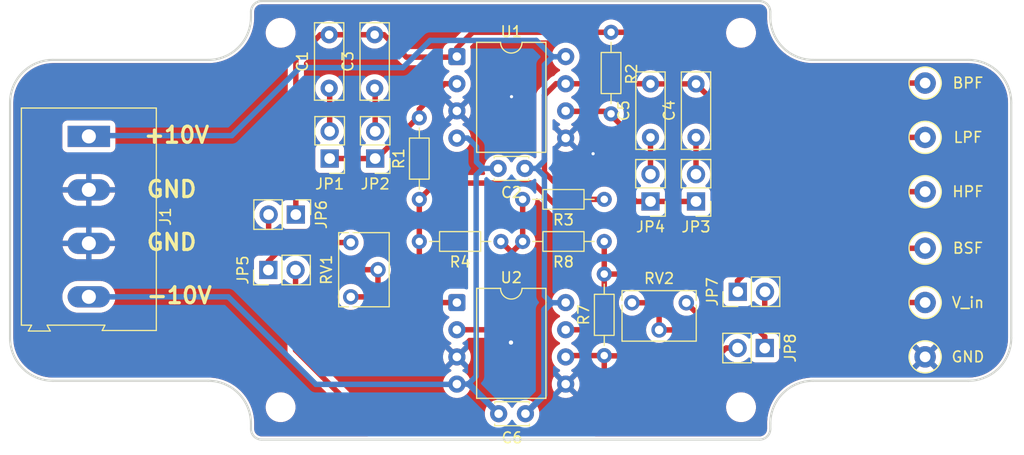
<source format=kicad_pcb>
(kicad_pcb (version 20241229) (generator "pcbnew") (generator_version "9.0")
  (title_block (title "Biqaudfilter") (date "2025-05-26") (rev "1.0") (company "Hochschule Bremen"))
  (layers (0 "F.Cu" signal) (4 "In1.Cu" power) (6 "In2.Cu" signal) (2 "B.Cu" signal) (13 "F.Paste" user) (15 "B.Paste" user) (5 "F.SilkS" user "F.Silkscreen") (7 "B.SilkS" user "B.Silkscreen") (1 "F.Mask" user) (3 "B.Mask" user) (25 "Edge.Cuts" user))
  (net 0 "")
  (net 1 "Net-(JP6-B)")
  (net 2 "Net-(JP5-A)")
  (net 3 "0")
  (net 4 "Net-(JP8-A)")
  (net 5 "Net-(JP7-B)")
  (net 6 "Net-(JP1-B)")
  (net 7 "BPF")
  (net 8 "Net-(JP2-B)")
  (net 9 "Net-(JP3-B)")
  (net 10 "LPF")
  (net 11 "Net-(JP4-B)")
  (net 12 "Net-(JP1-A)")
  (net 13 "HPF")
  (net 14 "Net-(JP3-A)")
  (net 15 "Net-(U2A--)")
  (net 16 "Net-(JP5-B)")
  (net 17 "BSF")
  (net 18 "-10V")
  (net 19 "+10V")
  (net 20 "V_in")
  (footprint "Connector_PinHeader_2.54mm:PinHeader_1x02_P2.54mm_Vertical" (layer "F.Cu") (at 131.9784 95.0214 -90)
    (property "Reference" "JP6" (at 0 -2.38 90) (layer "F.SilkS"))
    (property "Value" "R_meas")
    (fp_line (start -1.38 3.92) (end 1.38 3.92) (stroke (width 0.12)) (layer "F.SilkS"))
    (fp_line (start -1.38 1.27) (end -1.38 3.92) (stroke (width 0.12)) (layer "F.SilkS"))
    (fp_line (start -1.38 1.27) (end 1.38 1.27) (stroke (width 0.12)) (layer "F.SilkS"))
    (fp_line (start 1.38 1.27) (end 1.38 3.92) (stroke (width 0.12)) (layer "F.SilkS"))
    (fp_line (start -1.38 0) (end -1.38 -1.38) (stroke (width 0.12)) (layer "F.SilkS"))
    (fp_line (start -1.38 -1.38) (end 0 -1.38) (stroke (width 0.12)) (layer "F.SilkS"))
    (pad "1" thru_hole rect (at 0 0 270) (size 1.7 1.7) (drill 1) (layers "*.Cu" "*.Mask") (net 7 "BPF"))
    (pad "2" thru_hole circle (at 0 2.54 270) (size 1.7 1.7) (drill 1) (layers "*.Cu" "*.Mask") (net 1 "Net-(JP6-B)"))
  )
  (footprint "Resistor_THT:R_Axial_DIN0204_L3.6mm_D1.6mm_P7.62mm_Horizontal" (layer "F.Cu") (at 160.782 97.536 180)
    (property "Reference" "R8" (at 3.81 -1.92 0) (layer "F.SilkS"))
    (property "Value" "{RCOM}")
    (fp_line (start 6.68 0) (end 5.73 0) (stroke (width 0.12)) (layer "F.SilkS"))
    (fp_line (start 0.94 0) (end 1.89 0) (stroke (width 0.12)) (layer "F.SilkS"))
    (fp_rect (start 1.89 -0.92) (end 5.73 0.92) (stroke (width 0.12)) (fill no) (layer "F.SilkS"))
    (pad "1" thru_hole circle (at 0 0 180) (size 1.4 1.4) (drill 0.7) (layers "*.Cu" "*.Mask") (net 17 "BSF"))
    (pad "2" thru_hole circle (at 7.62 0 180) (size 1.4 1.4) (drill 0.7) (layers "*.Cu" "*.Mask") (net 15 "Net-(U2A--)"))
  )
  (footprint "TestPoint:TestPoint_Loop_D1.80mm_Drill1.0mm_Beaded" (layer "F.Cu") (at 190.747095 108.3237)
    (property "Reference" "TP6" (hide yes))
    (property "Value" "GND" (at 4 0 0) (layer "F.SilkS"))
    (fp_circle (center 0 0) (end 1.5 0) (stroke (width 0.12)) (fill no) (layer "F.SilkS"))
    (pad "1" thru_hole circle (at 0 0) (size 2 2) (drill 1) (layers "*.Cu" "*.Mask") (net 3 "0"))
  )
  (footprint "Capacitor_THT:C_Disc_D3.0mm_W2.0mm_P2.50mm" (layer "F.Cu") (at 153.3706 90.7034 180)
    (property "Reference" "C2" (at 1.25 -2.25 0) (layer "F.SilkS"))
    (property "Value" "100n")
    (fp_line (start 2.87 0.972) (end 2.87 1.12) (stroke (width 0.12)) (layer "F.SilkS"))
    (fp_line (start 2.87 -1.12) (end 2.87 -0.972) (stroke (width 0.12)) (layer "F.SilkS"))
    (fp_line (start -0.37 1.12) (end 2.87 1.12) (stroke (width 0.12)) (layer "F.SilkS"))
    (fp_line (start -0.37 0.972) (end -0.37 1.12) (stroke (width 0.12)) (layer "F.SilkS"))
    (fp_line (start -0.37 -1.12) (end 2.87 -1.12) (stroke (width 0.12)) (layer "F.SilkS"))
    (fp_line (start -0.37 -1.12) (end -0.37 -0.972) (stroke (width 0.12)) (layer "F.SilkS"))
    (pad "1" thru_hole circle (at 0 0 180) (size 1.6 1.6) (drill 0.8) (layers "*.Cu" "*.Mask") (net 19 "+10V"))
    (pad "2" thru_hole circle (at 2.5 0 180) (size 1.6 1.6) (drill 0.8) (layers "*.Cu" "*.Mask") (net 18 "-10V"))
  )
  (footprint "MountingHole:MountingHole_2.2mm_M2_DIN965" (layer "F.Cu") (at 173.556 113.03)
    (property "Reference" "H1" (hide yes))
    (property "Value" "MountingHole")
    (pad "" np_thru_hole circle (at 0 0) (size 2.2 2.2) (drill 2.2) (layers "*.Cu" "*.Mask"))
  )
  (footprint "Connector_PinHeader_2.54mm:PinHeader_1x02_P2.54mm_Vertical" (layer "F.Cu") (at 129.413 100.203 90)
    (property "Reference" "JP5" (at 0 -2.38 90) (layer "F.SilkS"))
    (property "Value" "R_meas")
    (fp_line (start -1.38 -1.38) (end 0 -1.38) (stroke (width 0.12)) (layer "F.SilkS"))
    (fp_line (start -1.38 0) (end -1.38 -1.38) (stroke (width 0.12)) (layer "F.SilkS"))
    (fp_line (start 1.38 1.27) (end 1.38 3.92) (stroke (width 0.12)) (layer "F.SilkS"))
    (fp_line (start -1.38 1.27) (end 1.38 1.27) (stroke (width 0.12)) (layer "F.SilkS"))
    (fp_line (start -1.38 1.27) (end -1.38 3.92) (stroke (width 0.12)) (layer "F.SilkS"))
    (fp_line (start -1.38 3.92) (end 1.38 3.92) (stroke (width 0.12)) (layer "F.SilkS"))
    (pad "1" thru_hole rect (at 0 0 90) (size 1.7 1.7) (drill 1) (layers "*.Cu" "*.Mask") (net 2 "Net-(JP5-A)"))
    (pad "2" thru_hole circle (at 0 2.54 90) (size 1.7 1.7) (drill 1) (layers "*.Cu" "*.Mask") (net 16 "Net-(JP5-B)"))
  )
  (footprint "Capacitor_THT:C_Disc_D3.0mm_W2.0mm_P2.50mm" (layer "F.Cu") (at 153.4214 113.6396 180)
    (property "Reference" "C6" (at 1.25 -2.25 0) (layer "F.SilkS"))
    (property "Value" "100n")
    (fp_line (start 2.87 0.972) (end 2.87 1.12) (stroke (width 0.12)) (layer "F.SilkS"))
    (fp_line (start 2.87 -1.12) (end 2.87 -0.972) (stroke (width 0.12)) (layer "F.SilkS"))
    (fp_line (start -0.37 1.12) (end 2.87 1.12) (stroke (width 0.12)) (layer "F.SilkS"))
    (fp_line (start -0.37 0.972) (end -0.37 1.12) (stroke (width 0.12)) (layer "F.SilkS"))
    (fp_line (start -0.37 -1.12) (end 2.87 -1.12) (stroke (width 0.12)) (layer "F.SilkS"))
    (fp_line (start -0.37 -1.12) (end -0.37 -0.972) (stroke (width 0.12)) (layer "F.SilkS"))
    (pad "1" thru_hole circle (at 0 0 180) (size 1.6 1.6) (drill 0.8) (layers "*.Cu" "*.Mask") (net 19 "+10V"))
    (pad "2" thru_hole circle (at 2.5 0 180) (size 1.6 1.6) (drill 0.8) (layers "*.Cu" "*.Mask") (net 18 "-10V"))
  )
  (footprint "MountingHole:MountingHole_2.2mm_M2_DIN965" (layer "F.Cu") (at 173.556 78.03)
    (property "Reference" "H3" (hide yes))
    (property "Value" "MountingHole")
    (pad "" np_thru_hole circle (at 0 0) (size 2.2 2.2) (drill 2.2) (layers "*.Cu" "*.Mask"))
  )
  (footprint "Package_DIP:DIP-8_W10.16mm" (layer "F.Cu") (at 147.019 103.25)
    (property "Reference" "U2" (at 5.08 -2.33 0) (layer "F.SilkS"))
    (property "Value" "TL082")
    (fp_line (start 1.845 -1.33) (end 1.845 8.95) (stroke (width 0.12)) (layer "F.SilkS"))
    (fp_line (start 1.845 8.95) (end 8.315 8.95) (stroke (width 0.12)) (layer "F.SilkS"))
    (fp_line (start 4.08 -1.33) (end 1.845 -1.33) (stroke (width 0.12)) (layer "F.SilkS"))
    (fp_line (start 8.315 -1.33) (end 6.08 -1.33) (stroke (width 0.12)) (layer "F.SilkS"))
    (fp_line (start 8.315 8.95) (end 8.315 -1.33) (stroke (width 0.12)) (layer "F.SilkS"))
    (fp_arc (start 6.08 -1.33) (mid 5.08 -0.33) (end 4.08 -1.33) (stroke (width 0.12)) (layer "F.SilkS"))
    (pad "1" thru_hole roundrect (at 0 0) (size 1.6 1.6) (drill 0.8) (layers "*.Cu" "*.Mask") (roundrect_rratio 0.15625) (net 13 "HPF"))
    (pad "2" thru_hole circle (at 0 2.54) (size 1.6 1.6) (drill 0.8) (layers "*.Cu" "*.Mask") (net 15 "Net-(U2A--)"))
    (pad "3" thru_hole circle (at 0 5.08) (size 1.6 1.6) (drill 0.8) (layers "*.Cu" "*.Mask") (net 3 "0"))
    (pad "4" thru_hole circle (at 0 7.62) (size 1.6 1.6) (drill 0.8) (layers "*.Cu" "*.Mask") (net 18 "-10V"))
    (pad "5" thru_hole circle (at 10.16 7.62) (size 1.6 1.6) (drill 0.8) (layers "*.Cu" "*.Mask") (net 3 "0"))
    (pad "6" thru_hole circle (at 10.16 5.08) (size 1.6 1.6) (drill 0.8) (layers "*.Cu" "*.Mask") (net 16 "Net-(JP5-B)"))
    (pad "7" thru_hole circle (at 10.16 2.54) (size 1.6 1.6) (drill 0.8) (layers "*.Cu" "*.Mask") (net 17 "BSF"))
    (pad "8" thru_hole circle (at 10.16 0) (size 1.6 1.6) (drill 0.8) (layers "*.Cu" "*.Mask") (net 19 "+10V"))
  )
  (footprint "Resistor_THT:R_Axial_DIN0204_L3.6mm_D1.6mm_P7.62mm_Horizontal" (layer "F.Cu") (at 160.782 108.204 90)
    (property "Reference" "R7" (at 3.81 -1.92 90) (layer "F.SilkS"))
    (property "Value" "{RCOM}")
    (fp_line (start 6.68 0) (end 5.73 0) (stroke (width 0.12)) (layer "F.SilkS"))
    (fp_line (start 0.94 0) (end 1.89 0) (stroke (width 0.12)) (layer "F.SilkS"))
    (fp_rect (start 1.89 -0.92) (end 5.73 0.92) (stroke (width 0.12)) (fill no) (layer "F.SilkS"))
    (pad "1" thru_hole circle (at 0 0 90) (size 1.4 1.4) (drill 0.7) (layers "*.Cu" "*.Mask") (net 16 "Net-(JP5-B)"))
    (pad "2" thru_hole circle (at 7.62 0 90) (size 1.4 1.4) (drill 0.7) (layers "*.Cu" "*.Mask") (net 17 "BSF"))
  )
  (footprint "Resistor_THT:R_Axial_DIN0204_L3.6mm_D1.6mm_P7.62mm_Horizontal" (layer "F.Cu") (at 151.13 97.536 180)
    (property "Reference" "R4" (at 3.81 -1.92 0) (layer "F.SilkS"))
    (property "Value" "{RCOM}")
    (fp_line (start 6.68 0) (end 5.73 0) (stroke (width 0.12)) (layer "F.SilkS"))
    (fp_line (start 0.94 0) (end 1.89 0) (stroke (width 0.12)) (layer "F.SilkS"))
    (fp_rect (start 1.89 -0.92) (end 5.73 0.92) (stroke (width 0.12)) (fill no) (layer "F.SilkS"))
    (pad "1" thru_hole circle (at 0 0 180) (size 1.4 1.4) (drill 0.7) (layers "*.Cu" "*.Mask") (net 15 "Net-(U2A--)"))
    (pad "2" thru_hole circle (at 7.62 0 180) (size 1.4 1.4) (drill 0.7) (layers "*.Cu" "*.Mask") (net 13 "HPF"))
  )
  (footprint "Resistor_THT:R_Axial_DIN0204_L3.6mm_D1.6mm_P7.62mm_Horizontal" (layer "F.Cu") (at 161.417 77.978 -90)
    (property "Reference" "R2" (at 3.897 -1.92 90) (layer "F.SilkS"))
    (property "Value" "{RCOM}")
    (fp_line (start 0.94 0) (end 1.89 0) (stroke (width 0.12)) (layer "F.SilkS"))
    (fp_line (start 6.68 0) (end 5.73 0) (stroke (width 0.12)) (layer "F.SilkS"))
    (fp_rect (start 1.89 -0.92) (end 5.73 0.92) (stroke (width 0.12)) (fill no) (layer "F.SilkS"))
    (pad "1" thru_hole circle (at 0 0 270) (size 1.4 1.4) (drill 0.7) (layers "*.Cu" "*.Mask") (net 7 "BPF"))
    (pad "2" thru_hole circle (at 7.62 0 270) (size 1.4 1.4) (drill 0.7) (layers "*.Cu" "*.Mask") (net 14 "Net-(JP3-A)"))
  )
  (footprint "TerminalBlock:TerminalBlock_Altech_AK300-4_P5.00mm" (layer "F.Cu") (at 112.649 87.71 -90)
    (property "Reference" "J1" (at 7.5 -7.15 90) (layer "F.SilkS"))
    (property "Value" "Screw_Terminal_01x04")
    (fp_line (start -2.65 6.3) (end -2.65 -6.3) (stroke (width 0.12)) (layer "F.SilkS"))
    (fp_line (start 17.65 6.3) (end -2.65 6.3) (stroke (width 0.12)) (layer "F.SilkS"))
    (fp_line (start 18.2 5.65) (end 17.65 5.35) (stroke (width 0.12)) (layer "F.SilkS"))
    (fp_line (start 17.65 5.35) (end 17.65 6.3) (stroke (width 0.12)) (layer "F.SilkS"))
    (fp_line (start 17.65 3.9) (end 18.2 3.6) (stroke (width 0.12)) (layer "F.SilkS"))
    (fp_line (start 18.2 3.6) (end 18.2 5.65) (stroke (width 0.12)) (layer "F.SilkS"))
    (fp_line (start 18.15 -1.25) (end 17.65 -1.5) (stroke (width 0.12)) (layer "F.SilkS"))
    (fp_line (start 17.65 -1.5) (end 17.65 3.9) (stroke (width 0.12)) (layer "F.SilkS"))
    (fp_line (start -2.65 -6.3) (end 18.15 -6.3) (stroke (width 0.12)) (layer "F.SilkS"))
    (fp_line (start 18.15 -6.3) (end 18.15 -1.25) (stroke (width 0.12)) (layer "F.SilkS"))
    (pad "1" thru_hole rect (at 0 0 270) (size 1.98 3.96) (drill 1.32) (layers "*.Cu" "*.Mask") (net 19 "+10V"))
    (pad "2" thru_hole oval (at 5 0 270) (size 1.98 3.96) (drill 1.32) (layers "*.Cu" "*.Mask") (net 3 "0"))
    (pad "3" thru_hole oval (at 10 0 270) (size 1.98 3.96) (drill 1.32) (layers "*.Cu" "*.Mask") (net 3 "0"))
    (pad "4" thru_hole oval (at 15 0 270) (size 1.98 3.96) (drill 1.32) (layers "*.Cu" "*.Mask") (net 18 "-10V"))
  )
  (footprint "TestPoint:TestPoint_Loop_D1.80mm_Drill1.0mm_Beaded" (layer "F.Cu") (at 190.747095 103.2437)
    (property "Reference" "TP5" (hide yes))
    (property "Value" "V_in" (at 4 0 0) (layer "F.SilkS"))
    (fp_circle (center 0 0) (end 1.5 0) (stroke (width 0.12)) (fill no) (layer "F.SilkS"))
    (pad "1" thru_hole circle (at 0 0) (size 2 2) (drill 1) (layers "*.Cu" "*.Mask") (net 20 "V_in"))
  )
  (footprint "TestPoint:TestPoint_Loop_D1.80mm_Drill1.0mm_Beaded" (layer "F.Cu") (at 190.747095 82.7237)
    (property "Reference" "TP1" (hide yes))
    (property "Value" "BPF" (at 4 0 0) (layer "F.SilkS"))
    (fp_circle (center 0 0) (end 1.5 0) (stroke (width 0.12)) (fill no) (layer "F.SilkS"))
    (pad "1" thru_hole circle (at 0 0) (size 2 2) (drill 1) (layers "*.Cu" "*.Mask") (net 7 "BPF"))
  )
  (footprint "Connector_PinHeader_2.54mm:PinHeader_1x02_P2.54mm_Vertical" (layer "F.Cu") (at 173.2534 102.235 90)
    (property "Reference" "JP7" (at 0 -2.38 90) (layer "F.SilkS"))
    (property "Value" "R_meas")
    (fp_line (start -1.38 -1.38) (end 0 -1.38) (stroke (width 0.12)) (layer "F.SilkS"))
    (fp_line (start -1.38 0) (end -1.38 -1.38) (stroke (width 0.12)) (layer "F.SilkS"))
    (fp_line (start 1.38 1.27) (end 1.38 3.92) (stroke (width 0.12)) (layer "F.SilkS"))
    (fp_line (start -1.38 1.27) (end 1.38 1.27) (stroke (width 0.12)) (layer "F.SilkS"))
    (fp_line (start -1.38 1.27) (end -1.38 3.92) (stroke (width 0.12)) (layer "F.SilkS"))
    (fp_line (start -1.38 3.92) (end 1.38 3.92) (stroke (width 0.12)) (layer "F.SilkS"))
    (pad "1" thru_hole rect (at 0 0 90) (size 1.7 1.7) (drill 1) (layers "*.Cu" "*.Mask") (net 20 "V_in"))
    (pad "2" thru_hole circle (at 0 2.54 90) (size 1.7 1.7) (drill 1) (layers "*.Cu" "*.Mask") (net 5 "Net-(JP7-B)"))
  )
  (footprint "Potentiometer_THT:Potentiometer_Bourns_3266W_Vertical" (layer "F.Cu") (at 168.445886 103.264323)
    (property "Reference" "RV2" (at -2.54 -2.27 0) (layer "F.SilkS"))
    (property "Value" "10k")
    (fp_line (start -6.005 -1.13) (end -6.005 -0.217) (stroke (width 0.12)) (layer "F.SilkS"))
    (fp_line (start -6.005 -1.13) (end 0.925 -1.13) (stroke (width 0.12)) (layer "F.SilkS"))
    (fp_line (start -6.005 0.217) (end -6.005 3.59) (stroke (width 0.12)) (layer "F.SilkS"))
    (fp_line (start -6.005 3.59) (end 0.925 3.59) (stroke (width 0.12)) (layer "F.SilkS"))
    (fp_line (start 0.925 -1.13) (end 0.925 -0.217) (stroke (width 0.12)) (layer "F.SilkS"))
    (fp_line (start 0.925 0.217) (end 0.925 3.59) (stroke (width 0.12)) (layer "F.SilkS"))
    (pad "1" thru_hole circle (at 0 0) (size 1.44 1.44) (drill 0.8) (layers "*.Cu" "*.Mask") (net 5 "Net-(JP7-B)"))
    (pad "2" thru_hole circle (at -2.54 2.54) (size 1.44 1.44) (drill 0.8) (layers "*.Cu" "*.Mask") (net 4 "Net-(JP8-A)"))
    (pad "3" thru_hole circle (at -5.08 0) (size 1.44 1.44) (drill 0.8) (layers "*.Cu" "*.Mask") (net 4 "Net-(JP8-A)"))
  )
  (footprint "Connector_PinHeader_2.54mm:PinHeader_1x02_P2.54mm_Vertical" (layer "F.Cu") (at 135.138267 89.781025 180)
    (property "Reference" "JP1" (at 0 -2.38 0) (layer "F.SilkS"))
    (property "Value" "C_select")
    (fp_line (start 1.38 1.27) (end 1.38 3.92) (stroke (width 0.12)) (layer "F.SilkS"))
    (fp_line (start -1.38 3.92) (end 1.38 3.92) (stroke (width 0.12)) (layer "F.SilkS"))
    (fp_line (start -1.38 1.27) (end 1.38 1.27) (stroke (width 0.12)) (layer "F.SilkS"))
    (fp_line (start -1.38 1.27) (end -1.38 3.92) (stroke (width 0.12)) (layer "F.SilkS"))
    (fp_line (start -1.38 0) (end -1.38 -1.38) (stroke (width 0.12)) (layer "F.SilkS"))
    (fp_line (start -1.38 -1.38) (end 0 -1.38) (stroke (width 0.12)) (layer "F.SilkS"))
    (pad "1" thru_hole rect (at 0 0 180) (size 1.7 1.7) (drill 1) (layers "*.Cu" "*.Mask") (net 12 "Net-(JP1-A)"))
    (pad "2" thru_hole circle (at 0 2.54 180) (size 1.7 1.7) (drill 1) (layers "*.Cu" "*.Mask") (net 6 "Net-(JP1-B)"))
  )
  (footprint "Capacitor_THT:C_Rect_L7.0mm_W2.5mm_P5.00mm" (layer "F.Cu") (at 165.1 87.804 90)
    (property "Reference" "C5" (at 2.5 -2.5 90) (layer "F.SilkS"))
    (property "Value" "{CCOM2}")
    (fp_line (start 6.12 -1.37) (end 6.12 1.37) (stroke (width 0.12)) (layer "F.SilkS"))
    (fp_line (start -1.12 -1.37) (end 6.12 -1.37) (stroke (width 0.12)) (layer "F.SilkS"))
    (fp_line (start -1.12 -1.37) (end -1.12 1.37) (stroke (width 0.12)) (layer "F.SilkS"))
    (fp_line (start -1.12 1.37) (end 6.12 1.37) (stroke (width 0.12)) (layer "F.SilkS"))
    (pad "1" thru_hole circle (at 0 0 90) (size 1.6 1.6) (drill 0.8) (layers "*.Cu" "*.Mask") (net 11 "Net-(JP4-B)"))
    (pad "2" thru_hole circle (at 5 0 90) (size 1.6 1.6) (drill 0.8) (layers "*.Cu" "*.Mask") (net 10 "LPF"))
  )
  (footprint "Connector_PinHeader_2.54mm:PinHeader_1x02_P2.54mm_Vertical" (layer "F.Cu") (at 169.35 93.793 180)
    (property "Reference" "JP3" (at 0 -2.38 0) (layer "F.SilkS"))
    (property "Value" "C_select")
    (fp_line (start 1.38 1.27) (end 1.38 3.92) (stroke (width 0.12)) (layer "F.SilkS"))
    (fp_line (start -1.38 3.92) (end 1.38 3.92) (stroke (width 0.12)) (layer "F.SilkS"))
    (fp_line (start -1.38 1.27) (end 1.38 1.27) (stroke (width 0.12)) (layer "F.SilkS"))
    (fp_line (start -1.38 1.27) (end -1.38 3.92) (stroke (width 0.12)) (layer "F.SilkS"))
    (fp_line (start -1.38 0) (end -1.38 -1.38) (stroke (width 0.12)) (layer "F.SilkS"))
    (fp_line (start -1.38 -1.38) (end 0 -1.38) (stroke (width 0.12)) (layer "F.SilkS"))
    (pad "1" thru_hole rect (at 0 0 180) (size 1.7 1.7) (drill 1) (layers "*.Cu" "*.Mask") (net 14 "Net-(JP3-A)"))
    (pad "2" thru_hole circle (at 0 2.54 180) (size 1.7 1.7) (drill 1) (layers "*.Cu" "*.Mask") (net 9 "Net-(JP3-B)"))
  )
  (footprint "Capacitor_THT:C_Rect_L7.0mm_W2.5mm_P5.00mm" (layer "F.Cu") (at 169.35 87.804 90)
    (property "Reference" "C4" (at 2.5 -2.5 90) (layer "F.SilkS"))
    (property "Value" "{CCOM1}")
    (fp_line (start 6.12 -1.37) (end 6.12 1.37) (stroke (width 0.12)) (layer "F.SilkS"))
    (fp_line (start -1.12 -1.37) (end 6.12 -1.37) (stroke (width 0.12)) (layer "F.SilkS"))
    (fp_line (start -1.12 -1.37) (end -1.12 1.37) (stroke (width 0.12)) (layer "F.SilkS"))
    (fp_line (start -1.12 1.37) (end 6.12 1.37) (stroke (width 0.12)) (layer "F.SilkS"))
    (pad "1" thru_hole circle (at 0 0 90) (size 1.6 1.6) (drill 0.8) (layers "*.Cu" "*.Mask") (net 9 "Net-(JP3-B)"))
    (pad "2" thru_hole circle (at 5 0 90) (size 1.6 1.6) (drill 0.8) (layers "*.Cu" "*.Mask") (net 10 "LPF"))
  )
  (footprint "TestPoint:TestPoint_Loop_D1.80mm_Drill1.0mm_Beaded" (layer "F.Cu") (at 190.747095 87.8037)
    (property "Reference" "TP2" (hide yes))
    (property "Value" "LPF" (at 4 0 0) (layer "F.SilkS"))
    (fp_circle (center 0 0) (end 1.5 0) (stroke (width 0.12)) (fill no) (layer "F.SilkS"))
    (pad "1" thru_hole circle (at 0 0) (size 2 2) (drill 1) (layers "*.Cu" "*.Mask") (net 10 "LPF"))
  )
  (footprint "Connector_PinHeader_2.54mm:PinHeader_1x02_P2.54mm_Vertical" (layer "F.Cu") (at 175.775 107.5 -90)
    (property "Reference" "JP8" (at 0 -2.38 90) (layer "F.SilkS"))
    (property "Value" "R_meas")
    (fp_line (start -1.38 3.92) (end 1.38 3.92) (stroke (width 0.12)) (layer "F.SilkS"))
    (fp_line (start -1.38 1.27) (end -1.38 3.92) (stroke (width 0.12)) (layer "F.SilkS"))
    (fp_line (start -1.38 1.27) (end 1.38 1.27) (stroke (width 0.12)) (layer "F.SilkS"))
    (fp_line (start 1.38 1.27) (end 1.38 3.92) (stroke (width 0.12)) (layer "F.SilkS"))
    (fp_line (start -1.38 0) (end -1.38 -1.38) (stroke (width 0.12)) (layer "F.SilkS"))
    (fp_line (start -1.38 -1.38) (end 0 -1.38) (stroke (width 0.12)) (layer "F.SilkS"))
    (pad "1" thru_hole rect (at 0 0 270) (size 1.7 1.7) (drill 1) (layers "*.Cu" "*.Mask") (net 4 "Net-(JP8-A)"))
    (pad "2" thru_hole circle (at 0 2.54 270) (size 1.7 1.7) (drill 1) (layers "*.Cu" "*.Mask") (net 16 "Net-(JP5-B)"))
  )
  (footprint "MountingHole:MountingHole_2.2mm_M2_DIN965" (layer "F.Cu") (at 130.556 78.03)
    (property "Reference" "H4" (hide yes))
    (property "Value" "MountingHole")
    (pad "" np_thru_hole circle (at 0 0) (size 2.2 2.2) (drill 2.2) (layers "*.Cu" "*.Mask"))
  )
  (footprint "Connector_PinHeader_2.54mm:PinHeader_1x02_P2.54mm_Vertical" (layer "F.Cu") (at 139.388267 89.781025 180)
    (property "Reference" "JP2" (at 0 -2.38 0) (layer "F.SilkS"))
    (property "Value" "C_select")
    (fp_line (start 1.38 1.27) (end 1.38 3.92) (stroke (width 0.12)) (layer "F.SilkS"))
    (fp_line (start -1.38 3.92) (end 1.38 3.92) (stroke (width 0.12)) (layer "F.SilkS"))
    (fp_line (start -1.38 1.27) (end 1.38 1.27) (stroke (width 0.12)) (layer "F.SilkS"))
    (fp_line (start -1.38 1.27) (end -1.38 3.92) (stroke (width 0.12)) (layer "F.SilkS"))
    (fp_line (start -1.38 0) (end -1.38 -1.38) (stroke (width 0.12)) (layer "F.SilkS"))
    (fp_line (start -1.38 -1.38) (end 0 -1.38) (stroke (width 0.12)) (layer "F.SilkS"))
    (pad "1" thru_hole rect (at 0 0 180) (size 1.7 1.7) (drill 1) (layers "*.Cu" "*.Mask") (net 12 "Net-(JP1-A)"))
    (pad "2" thru_hole circle (at 0 2.54 180) (size 1.7 1.7) (drill 1) (layers "*.Cu" "*.Mask") (net 8 "Net-(JP2-B)"))
  )
  (footprint "Capacitor_THT:C_Rect_L7.0mm_W2.5mm_P5.00mm" (layer "F.Cu") (at 135.090746 83.207007 90)
    (property "Reference" "C1" (at 2.5 -2.5 90) (layer "F.SilkS"))
    (property "Value" "{CCOM2}")
    (fp_line (start 6.12 -1.37) (end 6.12 1.37) (stroke (width 0.12)) (layer "F.SilkS"))
    (fp_line (start -1.12 -1.37) (end 6.12 -1.37) (stroke (width 0.12)) (layer "F.SilkS"))
    (fp_line (start -1.12 -1.37) (end -1.12 1.37) (stroke (width 0.12)) (layer "F.SilkS"))
    (fp_line (start -1.12 1.37) (end 6.12 1.37) (stroke (width 0.12)) (layer "F.SilkS"))
    (pad "1" thru_hole circle (at 0 0 90) (size 1.6 1.6) (drill 0.8) (layers "*.Cu" "*.Mask") (net 6 "Net-(JP1-B)"))
    (pad "2" thru_hole circle (at 5 0 90) (size 1.6 1.6) (drill 0.8) (layers "*.Cu" "*.Mask") (net 7 "BPF"))
  )
  (footprint "MountingHole:MountingHole_2.2mm_M2_DIN965" (layer "F.Cu") (at 130.556 113.03)
    (property "Reference" "H2" (hide yes))
    (property "Value" "MountingHole")
    (pad "" np_thru_hole circle (at 0 0) (size 2.2 2.2) (drill 2.2) (layers "*.Cu" "*.Mask"))
  )
  (footprint "Resistor_THT:R_Axial_DIN0204_L3.6mm_D1.6mm_P7.62mm_Horizontal" (layer "F.Cu") (at 143.51 93.599 90)
    (property "Reference" "R1" (at 3.81 -1.92 90) (layer "F.SilkS"))
    (property "Value" "{RCOM}")
    (fp_line (start 6.68 0) (end 5.73 0) (stroke (width 0.12)) (layer "F.SilkS"))
    (fp_line (start 0.94 0) (end 1.89 0) (stroke (width 0.12)) (layer "F.SilkS"))
    (fp_rect (start 1.89 -0.92) (end 5.73 0.92) (stroke (width 0.12)) (fill no) (layer "F.SilkS"))
    (pad "1" thru_hole circle (at 0 0 90) (size 1.4 1.4) (drill 0.7) (layers "*.Cu" "*.Mask") (net 13 "HPF"))
    (pad "2" thru_hole circle (at 7.62 0 90) (size 1.4 1.4) (drill 0.7) (layers "*.Cu" "*.Mask") (net 12 "Net-(JP1-A)"))
  )
  (footprint "TestPoint:TestPoint_Loop_D1.80mm_Drill1.0mm_Beaded" (layer "F.Cu") (at 190.747095 92.8837)
    (property "Reference" "TP3" (hide yes))
    (property "Value" "HPF" (at 4 0 0) (layer "F.SilkS"))
    (fp_circle (center 0 0) (end 1.5 0) (stroke (width 0.12)) (fill no) (layer "F.SilkS"))
    (pad "1" thru_hole circle (at 0 0) (size 2 2) (drill 1) (layers "*.Cu" "*.Mask") (net 13 "HPF"))
  )
  (footprint "Capacitor_THT:C_Rect_L7.0mm_W2.5mm_P5.00mm" (layer "F.Cu") (at 139.340746 83.207007 90)
    (property "Reference" "C3" (at 2.5 -2.5 90) (layer "F.SilkS"))
    (property "Value" "{CCOM1}")
    (fp_line (start 6.12 -1.37) (end 6.12 1.37) (stroke (width 0.12)) (layer "F.SilkS"))
    (fp_line (start -1.12 -1.37) (end 6.12 -1.37) (stroke (width 0.12)) (layer "F.SilkS"))
    (fp_line (start -1.12 -1.37) (end -1.12 1.37) (stroke (width 0.12)) (layer "F.SilkS"))
    (fp_line (start -1.12 1.37) (end 6.12 1.37) (stroke (width 0.12)) (layer "F.SilkS"))
    (pad "1" thru_hole circle (at 0 0 90) (size 1.6 1.6) (drill 0.8) (layers "*.Cu" "*.Mask") (net 8 "Net-(JP2-B)"))
    (pad "2" thru_hole circle (at 5 0 90) (size 1.6 1.6) (drill 0.8) (layers "*.Cu" "*.Mask") (net 7 "BPF"))
  )
  (footprint "Package_DIP:DIP-8_W10.16mm" (layer "F.Cu") (at 147.019 80.25)
    (property "Reference" "U1" (at 5.08 -2.33 0) (layer "F.SilkS"))
    (property "Value" "TL082")
    (fp_line (start 1.845 -1.33) (end 1.845 8.95) (stroke (width 0.12)) (layer "F.SilkS"))
    (fp_line (start 1.845 8.95) (end 8.315 8.95) (stroke (width 0.12)) (layer "F.SilkS"))
    (fp_line (start 4.08 -1.33) (end 1.845 -1.33) (stroke (width 0.12)) (layer "F.SilkS"))
    (fp_line (start 8.315 -1.33) (end 6.08 -1.33) (stroke (width 0.12)) (layer "F.SilkS"))
    (fp_line (start 8.315 8.95) (end 8.315 -1.33) (stroke (width 0.12)) (layer "F.SilkS"))
    (fp_arc (start 6.08 -1.33) (mid 5.08 -0.33) (end 4.08 -1.33) (stroke (width 0.12)) (layer "F.SilkS"))
    (pad "1" thru_hole roundrect (at 0 0) (size 1.6 1.6) (drill 0.8) (layers "*.Cu" "*.Mask") (roundrect_rratio 0.15625) (net 7 "BPF"))
    (pad "2" thru_hole circle (at 0 2.54) (size 1.6 1.6) (drill 0.8) (layers "*.Cu" "*.Mask") (net 12 "Net-(JP1-A)"))
    (pad "3" thru_hole circle (at 0 5.08) (size 1.6 1.6) (drill 0.8) (layers "*.Cu" "*.Mask") (net 3 "0"))
    (pad "4" thru_hole circle (at 0 7.62) (size 1.6 1.6) (drill 0.8) (layers "*.Cu" "*.Mask") (net 18 "-10V"))
    (pad "5" thru_hole circle (at 10.16 7.62) (size 1.6 1.6) (drill 0.8) (layers "*.Cu" "*.Mask") (net 3 "0"))
    (pad "6" thru_hole circle (at 10.16 5.08) (size 1.6 1.6) (drill 0.8) (layers "*.Cu" "*.Mask") (net 14 "Net-(JP3-A)"))
    (pad "7" thru_hole circle (at 10.16 2.54) (size 1.6 1.6) (drill 0.8) (layers "*.Cu" "*.Mask") (net 10 "LPF"))
    (pad "8" thru_hole circle (at 10.16 0) (size 1.6 1.6) (drill 0.8) (layers "*.Cu" "*.Mask") (net 19 "+10V"))
  )
  (footprint "TestPoint:TestPoint_Loop_D1.80mm_Drill1.0mm_Beaded" (layer "F.Cu") (at 190.747095 98.1637)
    (property "Reference" "TP4" (hide yes))
    (property "Value" "BSF" (at 4 0 0) (layer "F.SilkS"))
    (fp_circle (center 0 0) (end 1.5 0) (stroke (width 0.12)) (fill no) (layer "F.SilkS"))
    (pad "1" thru_hole circle (at 0 0) (size 2 2) (drill 1) (layers "*.Cu" "*.Mask") (net 17 "BSF"))
  )
  (footprint "Potentiometer_THT:Potentiometer_Bourns_3266W_Vertical" (layer "F.Cu") (at 137.1092 97.6376 90)
    (property "Reference" "RV1" (at -2.54 -2.27 90) (layer "F.SilkS"))
    (property "Value" "10k")
    (fp_line (start 0.925 -1.13) (end 0.925 -0.217) (stroke (width 0.12)) (layer "F.SilkS"))
    (fp_line (start -6.005 -1.13) (end 0.925 -1.13) (stroke (width 0.12)) (layer "F.SilkS"))
    (fp_line (start -6.005 -1.13) (end -6.005 -0.217) (stroke (width 0.12)) (layer "F.SilkS"))
    (fp_line (start 0.925 0.217) (end 0.925 3.59) (stroke (width 0.12)) (layer "F.SilkS"))
    (fp_line (start -6.005 0.217) (end -6.005 3.59) (stroke (width 0.12)) (layer "F.SilkS"))
    (fp_line (start -6.005 3.59) (end 0.925 3.59) (stroke (width 0.12)) (layer "F.SilkS"))
    (pad "1" thru_hole circle (at 0 0 90) (size 1.44 1.44) (drill 0.8) (layers "*.Cu" "*.Mask") (net 1 "Net-(JP6-B)"))
    (pad "2" thru_hole circle (at -2.54 2.54 90) (size 1.44 1.44) (drill 0.8) (layers "*.Cu" "*.Mask") (net 2 "Net-(JP5-A)"))
    (pad "3" thru_hole circle (at -5.08 0 90) (size 1.44 1.44) (drill 0.8) (layers "*.Cu" "*.Mask") (net 2 "Net-(JP5-A)"))
  )
  (footprint "Resistor_THT:R_Axial_DIN0204_L3.6mm_D1.6mm_P7.62mm_Horizontal" (layer "F.Cu") (at 160.782 93.599 180)
    (property "Reference" "R3" (at 3.81 -1.92 0) (layer "F.SilkS"))
    (property "Value" "{RCOM}")
    (fp_line (start 6.68 0) (end 5.73 0) (stroke (width 0.12)) (layer "F.SilkS"))
    (fp_line (start 0.94 0) (end 1.89 0) (stroke (width 0.12)) (layer "F.SilkS"))
    (fp_rect (start 1.89 -0.92) (end 5.73 0.92) (stroke (width 0.12)) (fill no) (layer "F.SilkS"))
    (pad "1" thru_hole circle (at 0 0 180) (size 1.4 1.4) (drill 0.7) (layers "*.Cu" "*.Mask") (net 10 "LPF"))
    (pad "2" thru_hole circle (at 7.62 0 180) (size 1.4 1.4) (drill 0.7) (layers "*.Cu" "*.Mask") (net 15 "Net-(U2A--)"))
  )
  (footprint "Connector_PinHeader_2.54mm:PinHeader_1x02_P2.54mm_Vertical" (layer "F.Cu") (at 165.1 93.793 180)
    (property "Reference" "JP4" (at 0 -2.38 0) (layer "F.SilkS"))
    (property "Value" "C_select")
    (fp_line (start 1.38 1.27) (end 1.38 3.92) (stroke (width 0.12)) (layer "F.SilkS"))
    (fp_line (start -1.38 3.92) (end 1.38 3.92) (stroke (width 0.12)) (layer "F.SilkS"))
    (fp_line (start -1.38 1.27) (end 1.38 1.27) (stroke (width 0.12)) (layer "F.SilkS"))
    (fp_line (start -1.38 1.27) (end -1.38 3.92) (stroke (width 0.12)) (layer "F.SilkS"))
    (fp_line (start -1.38 0) (end -1.38 -1.38) (stroke (width 0.12)) (layer "F.SilkS"))
    (fp_line (start -1.38 -1.38) (end 0 -1.38) (stroke (width 0.12)) (layer "F.SilkS"))
    (pad "1" thru_hole rect (at 0 0 180) (size 1.7 1.7) (drill 1) (layers "*.Cu" "*.Mask") (net 14 "Net-(JP3-A)"))
    (pad "2" thru_hole circle (at 0 2.54 180) (size 1.7 1.7) (drill 1) (layers "*.Cu" "*.Mask") (net 11 "Net-(JP4-B)"))
  )
  (gr_line (start 194.779445 110.56) (end 180.283079 110.56) (stroke (width 0.2)) (layer "Edge.Cuts"))
  (gr_line (start 180.289997 80.56) (end 194.790027 80.56) (stroke (width 0.2)) (layer "Edge.Cuts"))
  (gr_line (start 105.290001 106.560001) (end 105.290001 84.56) (stroke (width 0.2)) (layer "Edge.Cuts"))
  (gr_arc (start 128.790005 116.06) (mid 128.082895 115.767106) (end 127.790001 115.059997) (stroke (width 0.2)) (layer "Edge.Cuts"))
  (gr_line (start 127.790001 76.56) (end 127.790001 76.059999) (stroke (width 0.2)) (layer "Edge.Cuts"))
  (gr_arc (start 176.290001 115.06004) (mid 175.99712 115.767123) (end 175.284736 116.06) (stroke (width 0.2)) (layer "Edge.Cuts"))
  (gr_arc (start 175.290027 75.06) (mid 175.997105 75.352895) (end 176.290001 76.071529) (stroke (width 0.2)) (layer "Edge.Cuts"))
  (gr_arc (start 176.290001 114.56001) (mid 177.461574 111.731574) (end 180.283079 110.56) (stroke (width 0.2)) (layer "Edge.Cuts"))
  (gr_line (start 176.290001 114.56001) (end 176.290001 115.06004) (stroke (width 0.2)) (layer "Edge.Cuts"))
  (gr_arc (start 198.790001 106.56004) (mid 197.618441 109.388444) (end 194.779445 110.56) (stroke (width 0.2)) (layer "Edge.Cuts"))
  (gr_arc (start 194.790027 80.56) (mid 197.618432 81.731571) (end 198.790001 84.583191) (stroke (width 0.2)) (layer "Edge.Cuts"))
  (gr_line (start 109.290002 80.56) (end 123.790001 80.56) (stroke (width 0.2)) (layer "Edge.Cuts"))
  (gr_line (start 127.790001 115.059997) (end 127.790001 114.56) (stroke (width 0.2)) (layer "Edge.Cuts"))
  (gr_arc (start 127.790001 76.56) (mid 126.618428 79.388427) (end 123.790001 80.56) (stroke (width 0.2)) (layer "Edge.Cuts"))
  (gr_arc (start 105.290001 84.56) (mid 106.461574 81.731573) (end 109.290002 80.56) (stroke (width 0.2)) (layer "Edge.Cuts"))
  (gr_line (start 198.790001 84.583191) (end 198.790001 106.56004) (stroke (width 0.2)) (layer "Edge.Cuts"))
  (gr_line (start 176.290001 76.071529) (end 176.290001 76.56) (stroke (width 0.2)) (layer "Edge.Cuts"))
  (gr_arc (start 180.289997 80.56) (mid 177.461571 79.388429) (end 176.290001 76.56) (stroke (width 0.2)) (layer "Edge.Cuts"))
  (gr_line (start 123.790001 110.56) (end 109.290001 110.56) (stroke (width 0.2)) (layer "Edge.Cuts"))
  (gr_arc (start 123.790001 110.56) (mid 126.618428 111.731573) (end 127.790001 114.56) (stroke (width 0.2)) (layer "Edge.Cuts"))
  (gr_arc (start 127.790001 76.059999) (mid 128.082894 75.352893) (end 128.79 75.06) (stroke (width 0.2)) (layer "Edge.Cuts"))
  (gr_arc (start 109.290001 110.56) (mid 106.461574 109.388427) (end 105.290001 106.560001) (stroke (width 0.2)) (layer "Edge.Cuts"))
  (gr_line (start 128.79 75.06) (end 175.290027 75.06) (stroke (width 0.2)) (layer "Edge.Cuts"))
  (gr_line (start 175.284736 116.06) (end 128.790005 116.06) (stroke (width 0.2)) (layer "Edge.Cuts"))
  (gr_text "-10V\n" (at 117.899 103.46 0) (layer "F.SilkS") (effects (font (size 1.5 1.5) (thickness 0.3) (bold yes)) (justify left bottom)))
  (gr_text "GND" (at 117.899 93.53 0) (layer "F.SilkS") (effects (font (size 1.5 1.5) (thickness 0.3) (bold yes)) (justify left bottom)))
  (gr_text "GND\n" (at 117.899 98.48 0) (layer "F.SilkS") (effects (font (size 1.5 1.5) (thickness 0.3) (bold yes)) (justify left bottom)))
  (gr_text "+10V\n" (at 117.649 88.46 0) (layer "F.SilkS") (effects (font (size 1.5 1.5) (thickness 0.3) (bold yes)) (justify left bottom)))
  (segment (start 129.4384 96.7232) (end 130.3528 97.6376) (width 0.508) (layer "F.Cu") (net 1))
  (segment (start 129.4384 95.0214) (end 129.4384 96.7232) (width 0.508) (layer "F.Cu") (net 1))
  (segment (start 130.3528 97.6376) (end 137.1092 97.6376) (width 0.508) (layer "F.Cu") (net 1))
  (segment (start 139.6492 101.4984) (end 139.6492 100.1776) (width 0.508) (layer "F.Cu") (net 2))
  (segment (start 138.43 102.7176) (end 139.6492 101.4984) (width 0.508) (layer "F.Cu") (net 2))
  (segment (start 129.413 99.3902) (end 129.413 100.203) (width 0.508) (layer "F.Cu") (net 2))
  (segment (start 137.1092 102.7176) (end 138.43 102.7176) (width 0.508) (layer "F.Cu") (net 2))
  (segment (start 136.9822 100.1776) (end 135.2042 98.3996) (width 0.508) (layer "F.Cu") (net 2))
  (segment (start 130.4036 98.3996) (end 129.413 99.3902) (width 0.508) (layer "F.Cu") (net 2))
  (segment (start 139.6492 100.1776) (end 136.9822 100.1776) (width 0.508) (layer "F.Cu") (net 2))
  (segment (start 135.2042 98.3996) (end 130.4036 98.3996) (width 0.508) (layer "F.Cu") (net 2))
  (segment (start 157.179 87.931) (end 157.179 87.87) (width 0.508) (layer "F.Cu") (net 3))
  (segment (start 157.179 110.87) (end 157.179 110.791) (width 0.508) (layer "F.Cu") (net 3))
  (via (at 152.0698 106.9848) (size 1) (drill 0.4) (layers "F.Cu" "B.Cu") (net 3))
  (via (at 152.1206 83.9978) (size 1) (drill 0.3) (layers "F.Cu" "B.Cu") (net 3))
  (via (at 159.7406 89.3318) (size 1) (drill 0.3) (layers "F.Cu" "B.Cu") (net 3))
  (segment (start 164.783123 103.264323) (end 163.365886 103.264323) (width 0.508) (layer "F.Cu") (net 4))
  (segment (start 175.775 106.433) (end 175.775 107.5) (width 0.508) (layer "F.Cu") (net 4))
  (segment (start 175.146323 105.804323) (end 175.775 106.433) (width 0.508) (layer "F.Cu") (net 4))
  (segment (start 165.905886 105.804323) (end 175.146323 105.804323) (width 0.508) (layer "F.Cu") (net 4))
  (segment (start 165.905886 104.387086) (end 164.783123 103.264323) (width 0.508) (layer "F.Cu") (net 4))
  (segment (start 165.905886 105.804323) (end 165.905886 104.387086) (width 0.508) (layer "F.Cu") (net 4))
  (segment (start 175.768 103.7336) (end 175.768 102.8954) (width 0.508) (layer "F.Cu") (net 5))
  (segment (start 175.768 102.8954) (end 175.7934 102.87) (width 0.508) (layer "F.Cu") (net 5))
  (segment (start 170.058163 104.8766) (end 174.625 104.8766) (width 0.508) (layer "F.Cu") (net 5))
  (segment (start 175.7934 102.87) (end 175.7934 102.235) (width 0.508) (layer "F.Cu") (net 5))
  (segment (start 168.445886 103.264323) (end 170.058163 104.8766) (width 0.508) (layer "F.Cu") (net 5))
  (segment (start 174.625 104.8766) (end 175.768 103.7336) (width 0.508) (layer "F.Cu") (net 5))
  (segment (start 135.138267 83.254528) (end 135.138267 87.241025) (width 0.508) (layer "F.Cu") (net 6))
  (segment (start 135.090746 83.207007) (end 135.138267 83.254528) (width 0.508) (layer "F.Cu") (net 6))
  (segment (start 140.208407 78.207007) (end 142.3054 80.304) (width 0.508) (layer "F.Cu") (net 7))
  (segment (start 169.6974 77.978) (end 174.4431 82.7237) (width 0.508) (layer "F.Cu") (net 7))
  (segment (start 147.019 79.4474) (end 148.4884 77.978) (width 0.508) (layer "F.Cu") (net 7))
  (segment (start 174.4431 82.7237) (end 190.747095 82.7237) (width 0.508) (layer "F.Cu") (net 7))
  (segment (start 131.9784 95.0214) (end 131.9784 80.4926) (width 0.508) (layer "F.Cu") (net 7))
  (segment (start 142.3054 80.304) (end 146.965 80.304) (width 0.508) (layer "F.Cu") (net 7))
  (segment (start 134.263993 78.207007) (end 135.090746 78.207007) (width 0.508) (layer "F.Cu") (net 7))
  (segment (start 147.019 80.25) (end 147.019 79.4474) (width 0.508) (layer "F.Cu") (net 7))
  (segment (start 139.340746 78.207007) (end 135.090746 78.207007) (width 0.508) (layer "F.Cu") (net 7))
  (segment (start 146.965 80.304) (end 147.019 80.25) (width 0.508) (layer "F.Cu") (net 7))
  (segment (start 161.417 77.978) (end 169.6974 77.978) (width 0.508) (layer "F.Cu") (net 7))
  (segment (start 139.340746 78.207007) (end 140.208407 78.207007) (width 0.508) (layer "F.Cu") (net 7))
  (segment (start 148.4884 77.978) (end 161.417 77.978) (width 0.508) (layer "F.Cu") (net 7))
  (segment (start 131.9784 80.4926) (end 134.263993 78.207007) (width 0.508) (layer "F.Cu") (net 7))
  (segment (start 139.340746 83.207007) (end 139.388267 83.254528) (width 0.508) (layer "F.Cu") (net 8))
  (segment (start 139.388267 83.254528) (end 139.388267 87.241025) (width 0.508) (layer "F.Cu") (net 8))
  (segment (start 169.35 91.253) (end 169.35 87.804) (width 0.508) (layer "F.Cu") (net 9))
  (segment (start 174.3497 87.8037) (end 173.3845 86.8385) (width 0.508) (layer "F.Cu") (net 10))
  (segment (start 165.227 82.804) (end 169.477 82.804) (width 0.508) (layer "F.Cu") (net 10))
  (segment (start 165.086 82.79) (end 165.1 82.804) (width 0.508) (layer "F.Cu") (net 10))
  (segment (start 155.194 83.8708) (end 156.2748 82.79) (width 0.508) (layer "F.Cu") (net 10))
  (segment (start 156.2748 82.79) (end 157.179 82.79) (width 0.508) (layer "F.Cu") (net 10))
  (segment (start 157.179 82.79) (end 165.086 82.79) (width 0.508) (layer "F.Cu") (net 10))
  (segment (start 160.782 93.599) (end 157.734 93.599) (width 0.508) (layer "F.Cu") (net 10))
  (segment (start 190.747095 87.8037) (end 174.3497 87.8037) (width 0.508) (layer "F.Cu") (net 10))
  (segment (start 155.194 91.059) (end 155.194 83.8708) (width 0.508) (layer "F.Cu") (net 10))
  (segment (start 157.734 93.599) (end 155.194 91.059) (width 0.508) (layer "F.Cu") (net 10))
  (segment (start 173.3845 86.8385) (end 169.35 82.804) (width 0.508) (layer "F.Cu") (net 10))
  (segment (start 165.1 91.253) (end 165.1 87.804) (width 0.508) (layer "F.Cu") (net 11))
  (segment (start 145.8862 82.79) (end 143.51 85.1662) (width 0.508) (layer "F.Cu") (net 12))
  (segment (start 143.3322 85.979) (end 143.51 85.979) (width 0.508) (layer "F.Cu") (net 12))
  (segment (start 139.530175 89.781025) (end 143.3322 85.979) (width 0.508) (layer "F.Cu") (net 12))
  (segment (start 143.51 85.1662) (end 143.51 85.979) (width 0.508) (layer "F.Cu") (net 12))
  (segment (start 135.138267 89.781025) (end 139.388267 89.781025) (width 0.508) (layer "F.Cu") (net 12))
  (segment (start 147.019 82.79) (end 145.8862 82.79) (width 0.508) (layer "F.Cu") (net 12))
  (segment (start 139.388267 89.781025) (end 139.530175 89.781025) (width 0.508) (layer "F.Cu") (net 12))
  (segment (start 145.034 92.075) (end 154.178 92.075) (width 0.508) (layer "F.Cu") (net 13))
  (segment (start 143.51 102.235) (end 143.51 97.536) (width 0.508) (layer "F.Cu") (net 13))
  (segment (start 171.323 95.758) (end 174.1973 92.8837) (width 0.508) (layer "F.Cu") (net 13))
  (segment (start 143.51 93.599) (end 145.034 92.075) (width 0.508) (layer "F.Cu") (net 13))
  (segment (start 157.861 95.758) (end 171.323 95.758) (width 0.508) (layer "F.Cu") (net 13))
  (segment (start 144.525 103.25) (end 143.51 102.235) (width 0.508) (layer "F.Cu") (net 13))
  (segment (start 174.1973 92.8837) (end 190.747095 92.8837) (width 0.508) (layer "F.Cu") (net 13))
  (segment (start 143.51 97.536) (end 143.51 93.599) (width 0.508) (layer "F.Cu") (net 13))
  (segment (start 147.019 103.25) (end 144.525 103.25) (width 0.508) (layer "F.Cu") (net 13))
  (segment (start 154.178 92.075) (end 157.861 95.758) (width 0.508) (layer "F.Cu") (net 13))
  (segment (start 161.1884 85.3694) (end 161.417 85.598) (width 0.508) (layer "F.Cu") (net 14))
  (segment (start 162.9664 93.0148) (end 162.9664 87.2744) (width 0.508) (layer "F.Cu") (net 14))
  (segment (start 161.417 85.725) (end 161.417 85.598) (width 0.508) (layer "F.Cu") (net 14))
  (segment (start 165.1 93.793) (end 169.35 93.793) (width 0.508) (layer "F.Cu") (net 14))
  (segment (start 163.7446 93.793) (end 162.9664 93.0148) (width 0.508) (layer "F.Cu") (net 14))
  (segment (start 165.1 93.793) (end 163.7446 93.793) (width 0.508) (layer "F.Cu") (net 14))
  (segment (start 162.9664 87.2744) (end 161.417 85.725) (width 0.508) (layer "F.Cu") (net 14))
  (segment (start 157.2184 85.3694) (end 161.1884 85.3694) (width 0.508) (layer "F.Cu") (net 14))
  (segment (start 157.179 85.33) (end 157.2184 85.3694) (width 0.508) (layer "F.Cu") (net 14))
  (segment (start 150.9786 105.79) (end 152.146 104.6226) (width 0.508) (layer "F.Cu") (net 15))
  (segment (start 152.146 98.552) (end 153.162 97.536) (width 0.508) (layer "F.Cu") (net 15))
  (segment (start 152.146 104.6226) (end 152.146 98.552) (width 0.508) (layer "F.Cu") (net 15))
  (segment (start 147.019 105.79) (end 150.9786 105.79) (width 0.508) (layer "F.Cu") (net 15))
  (segment (start 153.162 97.536) (end 153.162 93.599) (width 0.508) (layer "F.Cu") (net 15))
  (segment (start 151.13 97.536) (end 152.146 98.552) (width 0.508) (layer "F.Cu") (net 15))
  (segment (start 171.4246 108.2294) (end 172.154 107.5) (width 0.508) (layer "F.Cu") (net 16))
  (segment (start 160.782 113.5932) (end 159.1354 115.2398) (width 0.508) (layer "F.Cu") (net 16))
  (segment (start 131.953 100.203) (end 131.953 107.696) (width 0.508) (layer "F.Cu") (net 16))
  (segment (start 159.1354 115.2398) (end 155.808 115.2398) (width 0.508) (layer "F.Cu") (net 16))
  (segment (start 160.782 108.204) (end 160.8074 108.2294) (width 0.508) (layer "F.Cu") (net 16))
  (segment (start 160.782 108.204) (end 157.305 108.204) (width 0.508) (layer "F.Cu") (net 16))
  (segment (start 172.154 107.5) (end 173.235 107.5) (width 0.508) (layer "F.Cu") (net 16))
  (segment (start 131.953 107.696) (end 132.461 108.204) (width 0.508) (layer "F.Cu") (net 16))
  (segment (start 160.8074 108.2294) (end 171.4246 108.2294) (width 0.508) (layer "F.Cu") (net 16))
  (segment (start 160.782 108.204) (end 160.782 113.5932) (width 0.508) (layer "F.Cu") (net 16))
  (segment (start 157.305 108.204) (end 157.179 108.33) (width 0.508) (layer "F.Cu") (net 16))
  (segment (start 132.461 108.204) (end 139.4968 115.2398) (width 0.508) (layer "F.Cu") (net 16))
  (segment (start 139.4968 115.2398) (end 155.8036 115.2398) (width 0.508) (layer "F.Cu") (net 16))
  (segment (start 157.179 105.79) (end 159.767 105.79) (width 0.508) (layer "F.Cu") (net 17))
  (segment (start 190.739795 98.171) (end 166.327 98.171) (width 0.508) (layer "F.Cu") (net 17))
  (segment (start 190.747095 98.1637) (end 190.739795 98.171) (width 0.508) (layer "F.Cu") (net 17))
  (segment (start 166.327 98.171) (end 163.914 100.584) (width 0.508) (layer "F.Cu") (net 17))
  (segment (start 160.782 104.775) (end 160.782 100.584) (width 0.508) (layer "F.Cu") (net 17))
  (segment (start 159.767 105.79) (end 160.782 104.775) (width 0.508) (layer "F.Cu") (net 17))
  (segment (start 160.782 97.536) (end 160.782 100.584) (width 0.508) (layer "F.Cu") (net 17))
  (segment (start 163.83 100.584) (end 160.782 100.584) (width 0.508) (layer "F.Cu") (net 17))
  (segment (start 148.1518 110.87) (end 148.083 110.87) (width 0.6) (layer "B.Cu") (net 18))
  (segment (start 147.005 87.884) (end 147.019 87.87) (width 0.508) (layer "B.Cu") (net 18))
  (segment (start 148.854 90.1038) (end 148.854 88.6868) (width 0.508) (layer "B.Cu") (net 18))
  (segment (start 146.9926 110.8964) (end 133.858 110.8964) (width 0.508) (layer "B.Cu") (net 18))
  (segment (start 133.858 110.8964) (end 125.6716 102.71) (width 0.508) (layer "B.Cu") (net 18))
  (segment (start 148.8186 110.1344) (end 148.8186 91.3384) (width 0.508) (layer "B.Cu") (net 18))
  (segment (start 147.019 110.87) (end 148.083 110.87) (width 0.508) (layer "B.Cu") (net 18))
  (segment (start 147.019 110.87) (end 146.9926 110.8964) (width 0.508) (layer "B.Cu") (net 18))
  (segment (start 147.019 87.87) (end 148.0372 87.87) (width 0.508) (layer "B.Cu") (net 18))
  (segment (start 150.9214 113.6396) (end 148.1518 110.87) (width 0.6) (layer "B.Cu") (net 18))
  (segment (start 125.6716 102.71) (end 112.649 102.71) (width 0.508) (layer "B.Cu") (net 18))
  (segment (start 149.4536 90.7034) (end 150.8706 90.7034) (width 0.508) (layer "B.Cu") (net 18))
  (segment (start 148.083 110.87) (end 148.8186 110.1344) (width 0.508) (layer "B.Cu") (net 18))
  (segment (start 148.8186 91.3384) (end 149.4536 90.7034) (width 0.508) (layer "B.Cu") (net 18))
  (segment (start 149.4536 90.7034) (end 148.854 90.1038) (width 0.508) (layer "B.Cu") (net 18))
  (segment (start 148.0372 87.87) (end 148.854 88.6868) (width 0.508) (layer "B.Cu") (net 18))
  (segment (start 155.843 103.265) (end 157.019 103.265) (width 0.508) (layer "B.Cu") (net 19))
  (segment (start 155.955 80.265) (end 155.194 81.026) (width 0.508) (layer "B.Cu") (net 19))
  (segment (start 155.194 111.867) (end 155.194 103.914) (width 0.6) (layer "B.Cu") (net 19))
  (segment (start 141.986 81.28) (end 132.354 81.28) (width 0.508) (layer "B.Cu") (net 19))
  (segment (start 112.49 87.64) (end 112.734 87.884) (width 0.508) (layer "B.Cu") (net 19))
  (segment (start 157.019 80.265) (end 155.955 80.265) (width 0.508) (layer "B.Cu") (net 19))
  (segment (start 154.4574 90.7034) (end 155.194 91.44) (width 0.508) (layer "B.Cu") (net 19))
  (segment (start 155.955 80.263) (end 154.432 78.74) (width 0.508) (layer "B.Cu") (net 19))
  (segment (start 132.354 81.28) (end 125.994 87.64) (width 0.508) (layer "B.Cu") (net 19))
  (segment (start 153.4214 113.6396) (end 155.194 111.867) (width 0.6) (layer "B.Cu") (net 19))
  (segment (start 155.194 91.44) (end 155.194 102.616) (width 0.508) (layer "B.Cu") (net 19))
  (segment (start 155.194 102.616) (end 155.843 103.265) (width 0.508) (layer "B.Cu") (net 19))
  (segment (start 155.194 103.914) (end 155.843 103.265) (width 0.6) (layer "B.Cu") (net 19))
  (segment (start 155.955 80.265) (end 155.955 80.263) (width 0.508) (layer "B.Cu") (net 19))
  (segment (start 155.194 89.9668) (end 155.194 89.789) (width 0.508) (layer "B.Cu") (net 19))
  (segment (start 125.994 87.64) (end 112.49 87.64) (width 0.508) (layer "B.Cu") (net 19))
  (segment (start 154.432 78.74) (end 144.526 78.74) (width 0.508) (layer "B.Cu") (net 19))
  (segment (start 155.194 81.026) (end 155.194 89.789) (width 0.508) (layer "B.Cu") (net 19))
  (segment (start 153.3706 90.7034) (end 154.4574 90.7034) (width 0.508) (layer "B.Cu") (net 19))
  (segment (start 144.526 78.74) (end 141.986 81.28) (width 0.508) (layer "B.Cu") (net 19))
  (segment (start 154.4574 90.7034) (end 155.194 89.9668) (width 0.508) (layer "B.Cu") (net 19))
  (segment (start 174.1424 100.3046) (end 178.0794 100.3046) (width 0.508) (layer "F.Cu") (net 20))
  (segment (start 173.228 101.219) (end 174.1424 100.3046) (width 0.508) (layer "F.Cu") (net 20))
  (segment (start 178.0794 100.3046) (end 181.0185 103.2437) (width 0.508) (layer "F.Cu") (net 20))
  (segment (start 173.228 102.2096) (end 173.228 101.219) (width 0.508) (layer "F.Cu") (net 20))
  (segment (start 173.2534 102.235) (end 173.228 102.2096) (width 0.508) (layer "F.Cu") (net 20))
  (segment (start 181.0185 103.2437) (end 190.747095 103.2437) (width 0.508) (layer "F.Cu") (net 20))
  (zone (net 3) (net_name "0") (layers "F.Cu" "B.Cu") (connect_pads (clearance 0.5)) (min_thickness 0.25) (fill yes (thermal_gap 0.5) (thermal_bridge_width 0.5))
    (polygon (pts (xy 104.572 75) (xy 200 75) (xy 200 117.5) (xy 104.572 117.5)))
  )
)
</source>
